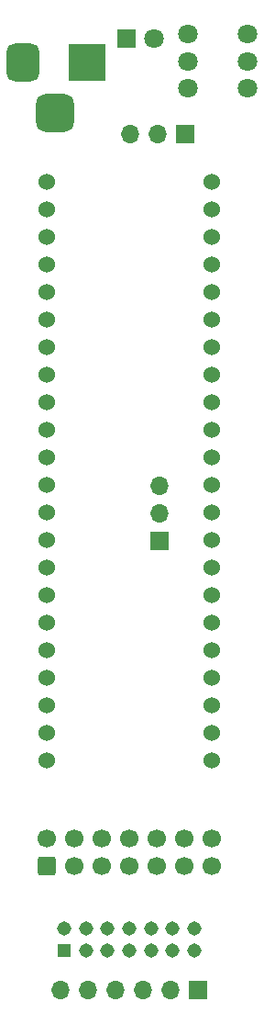
<source format=gbr>
%TF.GenerationSoftware,KiCad,Pcbnew,7.0.11*%
%TF.CreationDate,2024-03-10T23:57:52-05:00*%
%TF.ProjectId,XGECU-QFP44-Adapter,58474543-552d-4514-9650-34342d416461,rev?*%
%TF.SameCoordinates,Original*%
%TF.FileFunction,Soldermask,Bot*%
%TF.FilePolarity,Negative*%
%FSLAX46Y46*%
G04 Gerber Fmt 4.6, Leading zero omitted, Abs format (unit mm)*
G04 Created by KiCad (PCBNEW 7.0.11) date 2024-03-10 23:57:52*
%MOMM*%
%LPD*%
G01*
G04 APERTURE LIST*
G04 Aperture macros list*
%AMRoundRect*
0 Rectangle with rounded corners*
0 $1 Rounding radius*
0 $2 $3 $4 $5 $6 $7 $8 $9 X,Y pos of 4 corners*
0 Add a 4 corners polygon primitive as box body*
4,1,4,$2,$3,$4,$5,$6,$7,$8,$9,$2,$3,0*
0 Add four circle primitives for the rounded corners*
1,1,$1+$1,$2,$3*
1,1,$1+$1,$4,$5*
1,1,$1+$1,$6,$7*
1,1,$1+$1,$8,$9*
0 Add four rect primitives between the rounded corners*
20,1,$1+$1,$2,$3,$4,$5,0*
20,1,$1+$1,$4,$5,$6,$7,0*
20,1,$1+$1,$6,$7,$8,$9,0*
20,1,$1+$1,$8,$9,$2,$3,0*%
G04 Aperture macros list end*
%ADD10C,1.524000*%
%ADD11R,3.500000X3.500000*%
%ADD12RoundRect,0.750000X-0.750000X-1.000000X0.750000X-1.000000X0.750000X1.000000X-0.750000X1.000000X0*%
%ADD13RoundRect,0.875000X-0.875000X-0.875000X0.875000X-0.875000X0.875000X0.875000X-0.875000X0.875000X0*%
%ADD14R,1.700000X1.700000*%
%ADD15O,1.700000X1.700000*%
%ADD16C,1.800000*%
%ADD17R,1.800000X1.800000*%
%ADD18R,1.308000X1.308000*%
%ADD19C,1.308000*%
%ADD20RoundRect,0.250000X0.600000X-0.600000X0.600000X0.600000X-0.600000X0.600000X-0.600000X-0.600000X0*%
%ADD21C,1.700000*%
G04 APERTURE END LIST*
D10*
%TO.C,U1*%
X129540000Y-86765000D03*
X129540000Y-89305000D03*
X129540000Y-91845000D03*
X129540000Y-94385000D03*
X129540000Y-96925000D03*
X129540000Y-99465000D03*
X129540000Y-102005000D03*
X129540000Y-104545000D03*
X129540000Y-107085000D03*
X129540000Y-109625000D03*
X129540000Y-112165000D03*
X129540000Y-114705000D03*
X129540000Y-117245000D03*
X129540000Y-119785000D03*
X129540000Y-122325000D03*
X129540000Y-124865000D03*
X144780000Y-124865000D03*
X144780000Y-122325000D03*
X144780000Y-119785000D03*
X144780000Y-117245000D03*
X144780000Y-114705000D03*
X144780000Y-112165000D03*
X144780000Y-109625000D03*
X144780000Y-107085000D03*
X144780000Y-104545000D03*
X144780000Y-102005000D03*
X144780000Y-99465000D03*
X144780000Y-96925000D03*
X144780000Y-94385000D03*
X144780000Y-91845000D03*
X144780000Y-89305000D03*
X144780000Y-86765000D03*
X144780000Y-84225000D03*
X144780000Y-81685000D03*
X144780000Y-79145000D03*
X144780000Y-76605000D03*
X144780000Y-74065000D03*
X144780000Y-71525000D03*
X129540000Y-71525000D03*
X129540000Y-74065000D03*
X129540000Y-76605000D03*
X129540000Y-79145000D03*
X129540000Y-81685000D03*
X129540000Y-84225000D03*
%TD*%
D11*
%TO.C,J1*%
X133299200Y-60477400D03*
D12*
X127299200Y-60477400D03*
D13*
X130299200Y-65177400D03*
%TD*%
D14*
%TO.C,JP1*%
X142352000Y-67132200D03*
D15*
X139812000Y-67132200D03*
X137272000Y-67132200D03*
%TD*%
D14*
%TO.C,JP2*%
X139954000Y-104648000D03*
D15*
X139954000Y-102108000D03*
X139954000Y-99568000D03*
%TD*%
D16*
%TO.C,SW1*%
X142614200Y-57875800D03*
X142614200Y-60375800D03*
X142614200Y-62875800D03*
X148114200Y-57875800D03*
X148114200Y-60375800D03*
X148114200Y-62875800D03*
%TD*%
D17*
%TO.C,D1*%
X136880600Y-58267600D03*
D16*
X139420600Y-58267600D03*
%TD*%
D18*
%TO.C,J4*%
X131160000Y-142351000D03*
D19*
X131160000Y-140351000D03*
X133160000Y-142351000D03*
X133160000Y-140351000D03*
X135160000Y-142351000D03*
X135160000Y-140351000D03*
X137160000Y-142351000D03*
X137160000Y-140351000D03*
X139160000Y-142351000D03*
X139160000Y-140351000D03*
X141160000Y-142351000D03*
X141160000Y-140351000D03*
X143160000Y-142351000D03*
X143160000Y-140351000D03*
%TD*%
D20*
%TO.C,J2*%
X129540000Y-134620000D03*
D21*
X129540000Y-132080000D03*
X132080000Y-134620000D03*
X132080000Y-132080000D03*
X134620000Y-134620000D03*
X134620000Y-132080000D03*
X137160000Y-134620000D03*
X137160000Y-132080000D03*
X139700000Y-134620000D03*
X139700000Y-132080000D03*
X142240000Y-134620000D03*
X142240000Y-132080000D03*
X144780000Y-134620000D03*
X144780000Y-132080000D03*
%TD*%
D14*
%TO.C,J3*%
X143510000Y-146050000D03*
D15*
X140970000Y-146050000D03*
X138430000Y-146050000D03*
X135890000Y-146050000D03*
X133350000Y-146050000D03*
X130810000Y-146050000D03*
%TD*%
M02*

</source>
